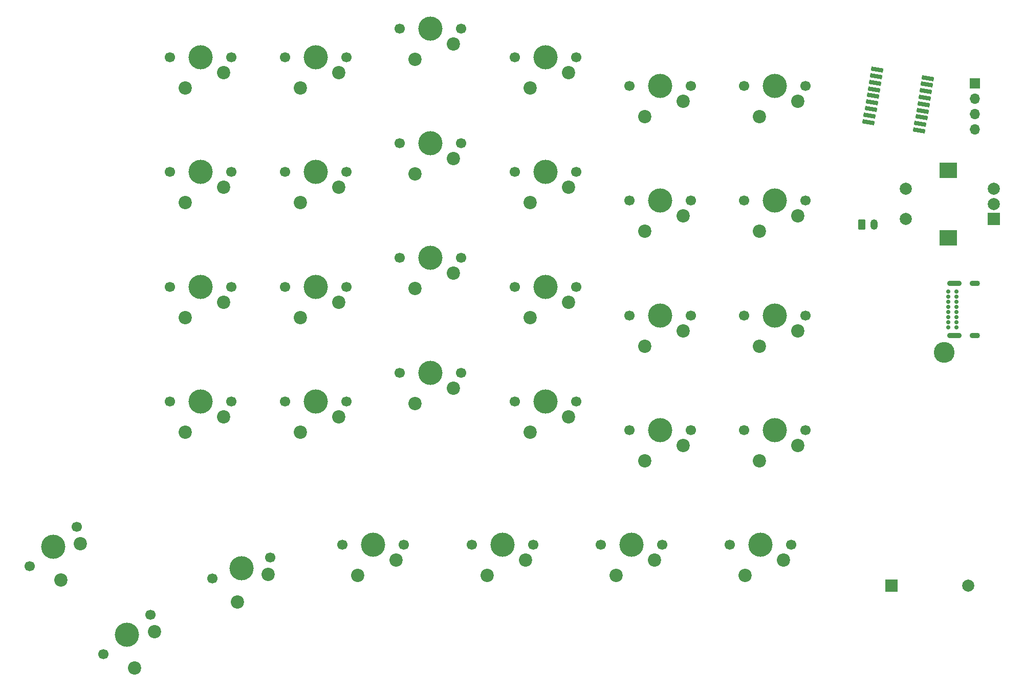
<source format=gbr>
G04 #@! TF.GenerationSoftware,KiCad,Pcbnew,(5.99.0-10089-gf88d39b4f0)*
G04 #@! TF.CreationDate,2021-04-09T11:44:43+02:00*
G04 #@! TF.ProjectId,blackwing,626c6163-6b77-4696-9e67-2e6b69636164,rev?*
G04 #@! TF.SameCoordinates,Original*
G04 #@! TF.FileFunction,Soldermask,Bot*
G04 #@! TF.FilePolarity,Negative*
%FSLAX46Y46*%
G04 Gerber Fmt 4.6, Leading zero omitted, Abs format (unit mm)*
G04 Created by KiCad (PCBNEW (5.99.0-10089-gf88d39b4f0)) date 2021-04-09 11:44:43*
%MOMM*%
%LPD*%
G01*
G04 APERTURE LIST*
G04 Aperture macros list*
%AMRoundRect*
0 Rectangle with rounded corners*
0 $1 Rounding radius*
0 $2 $3 $4 $5 $6 $7 $8 $9 X,Y pos of 4 corners*
0 Add a 4 corners polygon primitive as box body*
4,1,4,$2,$3,$4,$5,$6,$7,$8,$9,$2,$3,0*
0 Add four circle primitives for the rounded corners*
1,1,$1+$1,$2,$3*
1,1,$1+$1,$4,$5*
1,1,$1+$1,$6,$7*
1,1,$1+$1,$8,$9*
0 Add four rect primitives between the rounded corners*
20,1,$1+$1,$2,$3,$4,$5,0*
20,1,$1+$1,$4,$5,$6,$7,0*
20,1,$1+$1,$6,$7,$8,$9,0*
20,1,$1+$1,$8,$9,$2,$3,0*%
%AMRotRect*
0 Rectangle, with rotation*
0 The origin of the aperture is its center*
0 $1 length*
0 $2 width*
0 $3 Rotation angle, in degrees counterclockwise*
0 Add horizontal line*
21,1,$1,$2,0,0,$3*%
G04 Aperture macros list end*
%ADD10C,1.700000*%
%ADD11C,4.000000*%
%ADD12C,2.200000*%
%ADD13R,1.700000X1.700000*%
%ADD14O,1.700000X1.700000*%
%ADD15RotRect,2.000000X0.700000X350.538000*%
%ADD16RoundRect,0.250000X-0.350000X-0.625000X0.350000X-0.625000X0.350000X0.625000X-0.350000X0.625000X0*%
%ADD17O,1.200000X1.750000*%
%ADD18C,3.450000*%
%ADD19R,2.000000X2.000000*%
%ADD20C,2.000000*%
%ADD21R,3.000000X2.500000*%
%ADD22C,0.700000*%
%ADD23O,1.700000X0.900000*%
%ADD24O,2.400000X0.900000*%
G04 APERTURE END LIST*
D10*
X124460000Y-67042500D03*
X134620000Y-67042500D03*
D11*
X129540000Y-67042500D03*
D12*
X127000000Y-72122500D03*
X133350000Y-69582500D03*
D10*
X6197944Y-89580035D03*
X13980956Y-83049313D03*
D11*
X10089450Y-86314674D03*
D12*
X11409058Y-91838860D03*
X14640760Y-85811406D03*
D11*
X105790000Y-86042500D03*
D10*
X100710000Y-86042500D03*
X110870000Y-86042500D03*
D12*
X103250000Y-91122500D03*
X109600000Y-88582500D03*
D10*
X115620000Y-67042500D03*
D11*
X110540000Y-67042500D03*
D10*
X105460000Y-67042500D03*
D12*
X108000000Y-72122500D03*
X114350000Y-69582500D03*
D10*
X26193506Y-97604139D03*
X18410494Y-104134861D03*
D11*
X22302000Y-100869500D03*
D12*
X23621608Y-106393686D03*
X26853310Y-100366232D03*
D11*
X41254313Y-89864500D03*
D10*
X46027951Y-88127038D03*
X36480674Y-91601963D03*
D12*
X40604956Y-95506870D03*
X45703273Y-90948223D03*
D10*
X68120000Y-86042500D03*
D11*
X63040000Y-86042500D03*
D10*
X57960000Y-86042500D03*
D12*
X60500000Y-91122500D03*
X66850000Y-88582500D03*
D10*
X79335000Y-86042500D03*
D11*
X84415000Y-86042500D03*
D10*
X89495000Y-86042500D03*
D12*
X81875000Y-91122500D03*
X88225000Y-88582500D03*
D10*
X122085000Y-86042500D03*
D11*
X127165000Y-86042500D03*
D10*
X132245000Y-86042500D03*
D12*
X124625000Y-91122500D03*
X130975000Y-88582500D03*
D13*
X162640000Y-9620500D03*
D14*
X162640000Y-12160500D03*
X162640000Y-14700500D03*
X162640000Y-17240500D03*
D10*
X58620000Y-43292500D03*
D11*
X53540000Y-43292500D03*
D10*
X48460000Y-43292500D03*
D12*
X51000000Y-48372500D03*
X57350000Y-45832500D03*
D11*
X34540000Y-43292500D03*
D10*
X39620000Y-43292500D03*
X29460000Y-43292500D03*
D12*
X32000000Y-48372500D03*
X38350000Y-45832500D03*
D11*
X129540000Y-29042500D03*
D10*
X134620000Y-29042500D03*
X124460000Y-29042500D03*
D12*
X127000000Y-34122500D03*
X133350000Y-31582500D03*
D10*
X115620000Y-29042500D03*
X105460000Y-29042500D03*
D11*
X110540000Y-29042500D03*
D12*
X108000000Y-34122500D03*
X114350000Y-31582500D03*
D11*
X91540000Y-24292500D03*
D10*
X96620000Y-24292500D03*
X86460000Y-24292500D03*
D12*
X89000000Y-29372500D03*
X95350000Y-26832500D03*
D10*
X77620000Y-19542500D03*
X67460000Y-19542500D03*
D11*
X72540000Y-19542500D03*
D12*
X70000000Y-24622500D03*
X76350000Y-22082500D03*
D10*
X48460000Y-24292500D03*
D11*
X53540000Y-24292500D03*
D10*
X58620000Y-24292500D03*
D12*
X51000000Y-29372500D03*
X57350000Y-26832500D03*
D10*
X29460000Y-24292500D03*
X39620000Y-24292500D03*
D11*
X34540000Y-24292500D03*
D12*
X32000000Y-29372500D03*
X38350000Y-26832500D03*
D10*
X124460000Y-10042500D03*
X134620000Y-10042500D03*
D11*
X129540000Y-10042500D03*
D12*
X127000000Y-15122500D03*
X133350000Y-12582500D03*
D10*
X115620000Y-10042500D03*
X105460000Y-10042500D03*
D11*
X110540000Y-10042500D03*
D12*
X108000000Y-15122500D03*
X114350000Y-12582500D03*
D10*
X96620000Y-5292500D03*
X86460000Y-5292500D03*
D11*
X91540000Y-5292500D03*
D12*
X89000000Y-10372500D03*
X95350000Y-7832500D03*
D10*
X77620000Y-542500D03*
D11*
X72540000Y-542500D03*
D10*
X67460000Y-542500D03*
D12*
X70000000Y-5622500D03*
X76350000Y-3082500D03*
D11*
X53540000Y-5292500D03*
D10*
X58620000Y-5292500D03*
X48460000Y-5292500D03*
D12*
X51000000Y-10372500D03*
X57350000Y-7832500D03*
D10*
X29460000Y-5292500D03*
X39620000Y-5292500D03*
D11*
X34540000Y-5292500D03*
D12*
X32000000Y-10372500D03*
X38350000Y-7832500D03*
D10*
X86460000Y-43292500D03*
X96620000Y-43292500D03*
D11*
X91540000Y-43292500D03*
D12*
X89000000Y-48372500D03*
X95350000Y-45832500D03*
D10*
X105460000Y-48042500D03*
D11*
X110540000Y-48042500D03*
D10*
X115620000Y-48042500D03*
D12*
X108000000Y-53122500D03*
X114350000Y-50582500D03*
D10*
X134620000Y-48042500D03*
X124460000Y-48042500D03*
D11*
X129540000Y-48042500D03*
D12*
X127000000Y-53122500D03*
X133350000Y-50582500D03*
D10*
X39620000Y-62292500D03*
D11*
X34540000Y-62292500D03*
D10*
X29460000Y-62292500D03*
D12*
X32000000Y-67372500D03*
X38350000Y-64832500D03*
D10*
X58620000Y-62292500D03*
D11*
X53540000Y-62292500D03*
D10*
X48460000Y-62292500D03*
D12*
X51000000Y-67372500D03*
X57350000Y-64832500D03*
D11*
X72540000Y-57542500D03*
D10*
X67460000Y-57542500D03*
X77620000Y-57542500D03*
D12*
X70000000Y-62622500D03*
X76350000Y-60082500D03*
D10*
X86460000Y-62292500D03*
D11*
X91540000Y-62292500D03*
D10*
X96620000Y-62292500D03*
D12*
X89000000Y-67372500D03*
X95350000Y-64832500D03*
D10*
X67460000Y-38542500D03*
D11*
X72540000Y-38542500D03*
D10*
X77620000Y-38542500D03*
D12*
X70000000Y-43622500D03*
X76350000Y-41082500D03*
D15*
X146467467Y-7356311D03*
X146286634Y-8441346D03*
X146105802Y-9526380D03*
X145924969Y-10611414D03*
X145744136Y-11696449D03*
X145563303Y-12781483D03*
X145382470Y-13866517D03*
X145201638Y-14951552D03*
X145020805Y-16036586D03*
X154851823Y-8753656D03*
X154670991Y-9838690D03*
X154490158Y-10923724D03*
X154309325Y-12008759D03*
X154128492Y-13093793D03*
X153947659Y-14178827D03*
X153766827Y-15263862D03*
X153585994Y-16348896D03*
X153405161Y-17433930D03*
D16*
X143918000Y-32978500D03*
D17*
X145918000Y-32978500D03*
D18*
X157492000Y-54186500D03*
D19*
X148792000Y-92796500D03*
D20*
X161492000Y-92796500D03*
D19*
X165694000Y-32090500D03*
D20*
X165694000Y-27090500D03*
X165694000Y-29590500D03*
D21*
X158194000Y-23990500D03*
X158194000Y-35190500D03*
D20*
X151194000Y-32090500D03*
X151194000Y-27090500D03*
D22*
X158229000Y-50051500D03*
X158229000Y-49201500D03*
X158229000Y-48351500D03*
X158229000Y-47501500D03*
X158229000Y-46651500D03*
X158229000Y-45801500D03*
X158229000Y-44951500D03*
X158229000Y-44101500D03*
X159579000Y-44101500D03*
X159579000Y-44951500D03*
X159579000Y-45801500D03*
X159579000Y-46651500D03*
X159579000Y-47501500D03*
X159579000Y-48351500D03*
X159579000Y-49201500D03*
X159579000Y-50051500D03*
D23*
X162589000Y-42751500D03*
D24*
X159209000Y-42751500D03*
X159209000Y-51401500D03*
D23*
X162589000Y-51401500D03*
M02*

</source>
